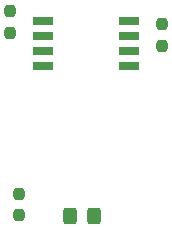
<source format=gbr>
%TF.GenerationSoftware,KiCad,Pcbnew,8.0.1*%
%TF.CreationDate,2025-01-22T18:21:47-07:00*%
%TF.ProjectId,AlcoholSensor_MQ,416c636f-686f-46c5-9365-6e736f725f4d,rev?*%
%TF.SameCoordinates,Original*%
%TF.FileFunction,Paste,Top*%
%TF.FilePolarity,Positive*%
%FSLAX46Y46*%
G04 Gerber Fmt 4.6, Leading zero omitted, Abs format (unit mm)*
G04 Created by KiCad (PCBNEW 8.0.1) date 2025-01-22 18:21:47*
%MOMM*%
%LPD*%
G01*
G04 APERTURE LIST*
G04 Aperture macros list*
%AMRoundRect*
0 Rectangle with rounded corners*
0 $1 Rounding radius*
0 $2 $3 $4 $5 $6 $7 $8 $9 X,Y pos of 4 corners*
0 Add a 4 corners polygon primitive as box body*
4,1,4,$2,$3,$4,$5,$6,$7,$8,$9,$2,$3,0*
0 Add four circle primitives for the rounded corners*
1,1,$1+$1,$2,$3*
1,1,$1+$1,$4,$5*
1,1,$1+$1,$6,$7*
1,1,$1+$1,$8,$9*
0 Add four rect primitives between the rounded corners*
20,1,$1+$1,$2,$3,$4,$5,0*
20,1,$1+$1,$4,$5,$6,$7,0*
20,1,$1+$1,$6,$7,$8,$9,0*
20,1,$1+$1,$8,$9,$2,$3,0*%
G04 Aperture macros list end*
%ADD10RoundRect,0.237500X0.237500X-0.250000X0.237500X0.250000X-0.237500X0.250000X-0.237500X-0.250000X0*%
%ADD11RoundRect,0.237500X-0.237500X0.250000X-0.237500X-0.250000X0.237500X-0.250000X0.237500X0.250000X0*%
%ADD12R,1.700000X0.650000*%
%ADD13RoundRect,0.250000X0.325000X0.450000X-0.325000X0.450000X-0.325000X-0.450000X0.325000X-0.450000X0*%
G04 APERTURE END LIST*
D10*
%TO.C,Rh1*%
X180700000Y-93982500D03*
X180700000Y-92157500D03*
%TD*%
%TO.C,Rl1*%
X167780000Y-92900000D03*
X167780000Y-91075000D03*
%TD*%
D11*
%TO.C,R_LED1*%
X168560000Y-106517500D03*
X168560000Y-108342500D03*
%TD*%
D12*
%TO.C,U1*%
X170560000Y-91890000D03*
X170560000Y-93160000D03*
X170560000Y-94430000D03*
X170560000Y-95700000D03*
X177860000Y-95700000D03*
X177860000Y-94430000D03*
X177860000Y-93160000D03*
X177860000Y-91890000D03*
%TD*%
D13*
%TO.C,D1*%
X174950000Y-108420000D03*
X172900000Y-108420000D03*
%TD*%
M02*

</source>
